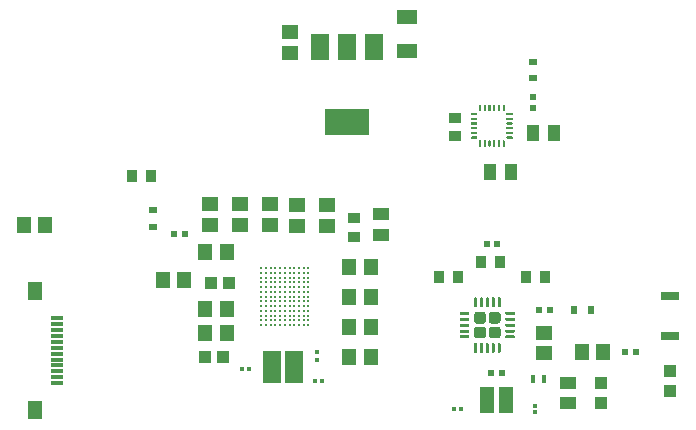
<source format=gbr>
%TF.GenerationSoftware,KiCad,Pcbnew,(5.1.6-0)*%
%TF.CreationDate,2020-10-15T16:42:25-05:00*%
%TF.ProjectId,BatBot,42617442-6f74-42e6-9b69-6361645f7063,rev?*%
%TF.SameCoordinates,Original*%
%TF.FileFunction,Paste,Top*%
%TF.FilePolarity,Positive*%
%FSLAX46Y46*%
G04 Gerber Fmt 4.6, Leading zero omitted, Abs format (unit mm)*
G04 Created by KiCad (PCBNEW (5.1.6-0)) date 2020-10-15 16:42:25*
%MOMM*%
%LPD*%
G01*
G04 APERTURE LIST*
%ADD10R,1.500000X2.700000*%
%ADD11R,0.380000X0.400000*%
%ADD12R,1.150000X2.200000*%
%ADD13R,0.560000X0.600000*%
%ADD14R,0.600000X0.490000*%
%ADD15R,0.940000X1.020000*%
%ADD16R,0.490000X0.600000*%
%ADD17R,1.200000X1.470000*%
%ADD18R,0.450000X0.730000*%
%ADD19R,1.470000X1.200000*%
%ADD20R,1.080000X1.420000*%
%ADD21R,0.980000X0.920000*%
%ADD22R,1.000000X1.100000*%
%ADD23R,0.540000X0.600000*%
%ADD24R,0.400000X0.380000*%
%ADD25R,1.380000X1.100000*%
%ADD26R,0.590000X0.630000*%
%ADD27R,0.920000X0.980000*%
%ADD28R,1.000000X1.020000*%
%ADD29R,1.190000X1.470000*%
%ADD30R,1.420000X1.080000*%
%ADD31R,1.470000X1.190000*%
%ADD32R,1.820000X1.200000*%
%ADD33R,1.600000X0.800000*%
%ADD34R,3.800000X2.200000*%
%ADD35R,1.500000X2.200000*%
%ADD36C,0.220000*%
%ADD37R,0.330200X0.406400*%
%ADD38R,1.000001X0.299999*%
%ADD39R,1.300000X1.649999*%
%ADD40R,0.800000X0.600000*%
%ADD41R,0.600000X0.800000*%
G04 APERTURE END LIST*
D10*
%TO.C,X1*%
X121327001Y-111397001D03*
X123227001Y-111397001D03*
%TD*%
D11*
%TO.C,C21*%
X119380000Y-111506000D03*
X118818000Y-111506000D03*
%TD*%
%TO.C,C22*%
X125004500Y-112522000D03*
X125566500Y-112522000D03*
%TD*%
D12*
%TO.C,X2*%
X139560000Y-114173000D03*
X141110000Y-114173000D03*
%TD*%
D13*
%TO.C,R7*%
X139900000Y-111887000D03*
X140770000Y-111887000D03*
%TD*%
D14*
%TO.C,R6*%
X143446500Y-88519000D03*
X143446500Y-89429000D03*
%TD*%
D15*
%TO.C,R5*%
X142847000Y-103759000D03*
X144427000Y-103759000D03*
%TD*%
D16*
%TO.C,R4*%
X143944000Y-106553000D03*
X144854000Y-106553000D03*
%TD*%
D15*
%TO.C,R2*%
X111054000Y-95186500D03*
X109474000Y-95186500D03*
%TD*%
D16*
%TO.C,R1*%
X113993000Y-100076000D03*
X113083000Y-100076000D03*
%TD*%
D17*
%TO.C,L3*%
X149323000Y-110109000D03*
X147603000Y-110109000D03*
%TD*%
D18*
%TO.C,L2*%
X144366000Y-112395000D03*
X143416000Y-112395000D03*
%TD*%
D19*
%TO.C,L1*%
X144399000Y-110207000D03*
X144399000Y-108487000D03*
%TD*%
D20*
%TO.C,C34*%
X141547500Y-94869000D03*
X139757500Y-94869000D03*
%TD*%
%TO.C,C33*%
X143446500Y-91567000D03*
X145236500Y-91567000D03*
%TD*%
D21*
%TO.C,C32*%
X136842500Y-90284000D03*
X136842500Y-91834000D03*
%TD*%
D22*
%TO.C,C31*%
X155067000Y-111711000D03*
X155067000Y-113411000D03*
%TD*%
D23*
%TO.C,C30*%
X151257000Y-110109000D03*
X152117000Y-110109000D03*
%TD*%
D11*
%TO.C,C29*%
X136752000Y-114935000D03*
X137314000Y-114935000D03*
%TD*%
D24*
%TO.C,C28*%
X143637000Y-114627000D03*
X143637000Y-115189000D03*
%TD*%
D25*
%TO.C,C27*%
X146431000Y-112701000D03*
X146431000Y-114427000D03*
%TD*%
D22*
%TO.C,C26*%
X149225000Y-112727000D03*
X149225000Y-114427000D03*
%TD*%
D26*
%TO.C,C25*%
X140413000Y-100965000D03*
X139573000Y-100965000D03*
%TD*%
D27*
%TO.C,C24*%
X140602000Y-102489000D03*
X139052000Y-102489000D03*
%TD*%
%TO.C,C23*%
X137046000Y-103759000D03*
X135496000Y-103759000D03*
%TD*%
D28*
%TO.C,C20*%
X117729000Y-104267000D03*
X116211000Y-104267000D03*
%TD*%
%TO.C,C19*%
X117221000Y-110553500D03*
X115703000Y-110553500D03*
%TD*%
D29*
%TO.C,C18*%
X102129000Y-99377500D03*
X100309000Y-99377500D03*
%TD*%
D30*
%TO.C,C17*%
X130556000Y-98419000D03*
X130556000Y-100209000D03*
%TD*%
D21*
%TO.C,C16*%
X128270000Y-98793000D03*
X128270000Y-100343000D03*
%TD*%
D29*
%TO.C,C15*%
X129688000Y-110490000D03*
X127868000Y-110490000D03*
%TD*%
%TO.C,C14*%
X129688000Y-107950000D03*
X127868000Y-107950000D03*
%TD*%
%TO.C,C13*%
X129688000Y-105410000D03*
X127868000Y-105410000D03*
%TD*%
%TO.C,C12*%
X129688000Y-102870000D03*
X127868000Y-102870000D03*
%TD*%
%TO.C,C11*%
X115676000Y-108458000D03*
X117496000Y-108458000D03*
%TD*%
%TO.C,C10*%
X115676000Y-106426000D03*
X117496000Y-106426000D03*
%TD*%
%TO.C,C9*%
X112099000Y-104013000D03*
X113919000Y-104013000D03*
%TD*%
%TO.C,C8*%
X115676000Y-101600000D03*
X117496000Y-101600000D03*
%TD*%
D31*
%TO.C,C7*%
X125984000Y-97642000D03*
X125984000Y-99462000D03*
%TD*%
%TO.C,C6*%
X123444000Y-97642000D03*
X123444000Y-99462000D03*
%TD*%
%TO.C,C5*%
X121158000Y-97536000D03*
X121158000Y-99356000D03*
%TD*%
%TO.C,C4*%
X118618000Y-97536000D03*
X118618000Y-99356000D03*
%TD*%
%TO.C,C3*%
X116078000Y-97536000D03*
X116078000Y-99356000D03*
%TD*%
D32*
%TO.C,C2*%
X132778500Y-84645500D03*
X132778500Y-81725500D03*
%TD*%
D31*
%TO.C,C1*%
X122872500Y-82973500D03*
X122872500Y-84793500D03*
%TD*%
D33*
%TO.C,ANT1*%
X155067000Y-105361000D03*
X155067000Y-108761000D03*
%TD*%
D34*
%TO.C,U4*%
X127698500Y-90589500D03*
D35*
X129998500Y-84289500D03*
X127698500Y-84289500D03*
X125398500Y-84289500D03*
%TD*%
%TO.C,U3*%
G36*
G01*
X139005501Y-89725001D02*
X138905501Y-89725001D01*
G75*
G02*
X138855501Y-89675001I0J50000D01*
G01*
X138855501Y-89225001D01*
G75*
G02*
X138905501Y-89175001I50000J0D01*
G01*
X139005501Y-89175001D01*
G75*
G02*
X139055501Y-89225001I0J-50000D01*
G01*
X139055501Y-89675001D01*
G75*
G02*
X139005501Y-89725001I-50000J0D01*
G01*
G37*
G36*
G01*
X139405501Y-89725001D02*
X139305501Y-89725001D01*
G75*
G02*
X139255501Y-89675001I0J50000D01*
G01*
X139255501Y-89225001D01*
G75*
G02*
X139305501Y-89175001I50000J0D01*
G01*
X139405501Y-89175001D01*
G75*
G02*
X139455501Y-89225001I0J-50000D01*
G01*
X139455501Y-89675001D01*
G75*
G02*
X139405501Y-89725001I-50000J0D01*
G01*
G37*
G36*
G01*
X139805501Y-89725001D02*
X139705501Y-89725001D01*
G75*
G02*
X139655501Y-89675001I0J50000D01*
G01*
X139655501Y-89225001D01*
G75*
G02*
X139705501Y-89175001I50000J0D01*
G01*
X139805501Y-89175001D01*
G75*
G02*
X139855501Y-89225001I0J-50000D01*
G01*
X139855501Y-89675001D01*
G75*
G02*
X139805501Y-89725001I-50000J0D01*
G01*
G37*
G36*
G01*
X140205501Y-89725001D02*
X140105501Y-89725001D01*
G75*
G02*
X140055501Y-89675001I0J50000D01*
G01*
X140055501Y-89225001D01*
G75*
G02*
X140105501Y-89175001I50000J0D01*
G01*
X140205501Y-89175001D01*
G75*
G02*
X140255501Y-89225001I0J-50000D01*
G01*
X140255501Y-89675001D01*
G75*
G02*
X140205501Y-89725001I-50000J0D01*
G01*
G37*
G36*
G01*
X140605501Y-89725001D02*
X140505501Y-89725001D01*
G75*
G02*
X140455501Y-89675001I0J50000D01*
G01*
X140455501Y-89225001D01*
G75*
G02*
X140505501Y-89175001I50000J0D01*
G01*
X140605501Y-89175001D01*
G75*
G02*
X140655501Y-89225001I0J-50000D01*
G01*
X140655501Y-89675001D01*
G75*
G02*
X140605501Y-89725001I-50000J0D01*
G01*
G37*
G36*
G01*
X141005501Y-89725001D02*
X140905501Y-89725001D01*
G75*
G02*
X140855501Y-89675001I0J50000D01*
G01*
X140855501Y-89225001D01*
G75*
G02*
X140905501Y-89175001I50000J0D01*
G01*
X141005501Y-89175001D01*
G75*
G02*
X141055501Y-89225001I0J-50000D01*
G01*
X141055501Y-89675001D01*
G75*
G02*
X141005501Y-89725001I-50000J0D01*
G01*
G37*
G36*
G01*
X141180501Y-90000001D02*
X141180501Y-89900001D01*
G75*
G02*
X141230501Y-89850001I50000J0D01*
G01*
X141680501Y-89850001D01*
G75*
G02*
X141730501Y-89900001I0J-50000D01*
G01*
X141730501Y-90000001D01*
G75*
G02*
X141680501Y-90050001I-50000J0D01*
G01*
X141230501Y-90050001D01*
G75*
G02*
X141180501Y-90000001I0J50000D01*
G01*
G37*
G36*
G01*
X141180501Y-90400001D02*
X141180501Y-90300001D01*
G75*
G02*
X141230501Y-90250001I50000J0D01*
G01*
X141680501Y-90250001D01*
G75*
G02*
X141730501Y-90300001I0J-50000D01*
G01*
X141730501Y-90400001D01*
G75*
G02*
X141680501Y-90450001I-50000J0D01*
G01*
X141230501Y-90450001D01*
G75*
G02*
X141180501Y-90400001I0J50000D01*
G01*
G37*
G36*
G01*
X141180501Y-90800001D02*
X141180501Y-90700001D01*
G75*
G02*
X141230501Y-90650001I50000J0D01*
G01*
X141680501Y-90650001D01*
G75*
G02*
X141730501Y-90700001I0J-50000D01*
G01*
X141730501Y-90800001D01*
G75*
G02*
X141680501Y-90850001I-50000J0D01*
G01*
X141230501Y-90850001D01*
G75*
G02*
X141180501Y-90800001I0J50000D01*
G01*
G37*
G36*
G01*
X141180501Y-91200001D02*
X141180501Y-91100001D01*
G75*
G02*
X141230501Y-91050001I50000J0D01*
G01*
X141680501Y-91050001D01*
G75*
G02*
X141730501Y-91100001I0J-50000D01*
G01*
X141730501Y-91200001D01*
G75*
G02*
X141680501Y-91250001I-50000J0D01*
G01*
X141230501Y-91250001D01*
G75*
G02*
X141180501Y-91200001I0J50000D01*
G01*
G37*
G36*
G01*
X141180501Y-91600001D02*
X141180501Y-91500001D01*
G75*
G02*
X141230501Y-91450001I50000J0D01*
G01*
X141680501Y-91450001D01*
G75*
G02*
X141730501Y-91500001I0J-50000D01*
G01*
X141730501Y-91600001D01*
G75*
G02*
X141680501Y-91650001I-50000J0D01*
G01*
X141230501Y-91650001D01*
G75*
G02*
X141180501Y-91600001I0J50000D01*
G01*
G37*
G36*
G01*
X141180501Y-92000001D02*
X141180501Y-91900001D01*
G75*
G02*
X141230501Y-91850001I50000J0D01*
G01*
X141680501Y-91850001D01*
G75*
G02*
X141730501Y-91900001I0J-50000D01*
G01*
X141730501Y-92000001D01*
G75*
G02*
X141680501Y-92050001I-50000J0D01*
G01*
X141230501Y-92050001D01*
G75*
G02*
X141180501Y-92000001I0J50000D01*
G01*
G37*
G36*
G01*
X141005501Y-92725001D02*
X140905501Y-92725001D01*
G75*
G02*
X140855501Y-92675001I0J50000D01*
G01*
X140855501Y-92225001D01*
G75*
G02*
X140905501Y-92175001I50000J0D01*
G01*
X141005501Y-92175001D01*
G75*
G02*
X141055501Y-92225001I0J-50000D01*
G01*
X141055501Y-92675001D01*
G75*
G02*
X141005501Y-92725001I-50000J0D01*
G01*
G37*
G36*
G01*
X140605501Y-92725001D02*
X140505501Y-92725001D01*
G75*
G02*
X140455501Y-92675001I0J50000D01*
G01*
X140455501Y-92225001D01*
G75*
G02*
X140505501Y-92175001I50000J0D01*
G01*
X140605501Y-92175001D01*
G75*
G02*
X140655501Y-92225001I0J-50000D01*
G01*
X140655501Y-92675001D01*
G75*
G02*
X140605501Y-92725001I-50000J0D01*
G01*
G37*
G36*
G01*
X140205501Y-92725001D02*
X140105501Y-92725001D01*
G75*
G02*
X140055501Y-92675001I0J50000D01*
G01*
X140055501Y-92225001D01*
G75*
G02*
X140105501Y-92175001I50000J0D01*
G01*
X140205501Y-92175001D01*
G75*
G02*
X140255501Y-92225001I0J-50000D01*
G01*
X140255501Y-92675001D01*
G75*
G02*
X140205501Y-92725001I-50000J0D01*
G01*
G37*
G36*
G01*
X139805501Y-92725001D02*
X139705501Y-92725001D01*
G75*
G02*
X139655501Y-92675001I0J50000D01*
G01*
X139655501Y-92225001D01*
G75*
G02*
X139705501Y-92175001I50000J0D01*
G01*
X139805501Y-92175001D01*
G75*
G02*
X139855501Y-92225001I0J-50000D01*
G01*
X139855501Y-92675001D01*
G75*
G02*
X139805501Y-92725001I-50000J0D01*
G01*
G37*
G36*
G01*
X139405501Y-92725001D02*
X139305501Y-92725001D01*
G75*
G02*
X139255501Y-92675001I0J50000D01*
G01*
X139255501Y-92225001D01*
G75*
G02*
X139305501Y-92175001I50000J0D01*
G01*
X139405501Y-92175001D01*
G75*
G02*
X139455501Y-92225001I0J-50000D01*
G01*
X139455501Y-92675001D01*
G75*
G02*
X139405501Y-92725001I-50000J0D01*
G01*
G37*
G36*
G01*
X139005501Y-92725001D02*
X138905501Y-92725001D01*
G75*
G02*
X138855501Y-92675001I0J50000D01*
G01*
X138855501Y-92225001D01*
G75*
G02*
X138905501Y-92175001I50000J0D01*
G01*
X139005501Y-92175001D01*
G75*
G02*
X139055501Y-92225001I0J-50000D01*
G01*
X139055501Y-92675001D01*
G75*
G02*
X139005501Y-92725001I-50000J0D01*
G01*
G37*
G36*
G01*
X138180501Y-92000001D02*
X138180501Y-91900001D01*
G75*
G02*
X138230501Y-91850001I50000J0D01*
G01*
X138680501Y-91850001D01*
G75*
G02*
X138730501Y-91900001I0J-50000D01*
G01*
X138730501Y-92000001D01*
G75*
G02*
X138680501Y-92050001I-50000J0D01*
G01*
X138230501Y-92050001D01*
G75*
G02*
X138180501Y-92000001I0J50000D01*
G01*
G37*
G36*
G01*
X138180501Y-91600001D02*
X138180501Y-91500001D01*
G75*
G02*
X138230501Y-91450001I50000J0D01*
G01*
X138680501Y-91450001D01*
G75*
G02*
X138730501Y-91500001I0J-50000D01*
G01*
X138730501Y-91600001D01*
G75*
G02*
X138680501Y-91650001I-50000J0D01*
G01*
X138230501Y-91650001D01*
G75*
G02*
X138180501Y-91600001I0J50000D01*
G01*
G37*
G36*
G01*
X138180501Y-91200001D02*
X138180501Y-91100001D01*
G75*
G02*
X138230501Y-91050001I50000J0D01*
G01*
X138680501Y-91050001D01*
G75*
G02*
X138730501Y-91100001I0J-50000D01*
G01*
X138730501Y-91200001D01*
G75*
G02*
X138680501Y-91250001I-50000J0D01*
G01*
X138230501Y-91250001D01*
G75*
G02*
X138180501Y-91200001I0J50000D01*
G01*
G37*
G36*
G01*
X138180501Y-90800001D02*
X138180501Y-90700001D01*
G75*
G02*
X138230501Y-90650001I50000J0D01*
G01*
X138680501Y-90650001D01*
G75*
G02*
X138730501Y-90700001I0J-50000D01*
G01*
X138730501Y-90800001D01*
G75*
G02*
X138680501Y-90850001I-50000J0D01*
G01*
X138230501Y-90850001D01*
G75*
G02*
X138180501Y-90800001I0J50000D01*
G01*
G37*
G36*
G01*
X138180501Y-90400001D02*
X138180501Y-90300001D01*
G75*
G02*
X138230501Y-90250001I50000J0D01*
G01*
X138680501Y-90250001D01*
G75*
G02*
X138730501Y-90300001I0J-50000D01*
G01*
X138730501Y-90400001D01*
G75*
G02*
X138680501Y-90450001I-50000J0D01*
G01*
X138230501Y-90450001D01*
G75*
G02*
X138180501Y-90400001I0J50000D01*
G01*
G37*
G36*
G01*
X138180501Y-90000001D02*
X138180501Y-89900001D01*
G75*
G02*
X138230501Y-89850001I50000J0D01*
G01*
X138680501Y-89850001D01*
G75*
G02*
X138730501Y-89900001I0J-50000D01*
G01*
X138730501Y-90000001D01*
G75*
G02*
X138680501Y-90050001I-50000J0D01*
G01*
X138230501Y-90050001D01*
G75*
G02*
X138180501Y-90000001I0J50000D01*
G01*
G37*
%TD*%
%TO.C,U2*%
G36*
G01*
X139693000Y-108703000D02*
X139693000Y-108193000D01*
G75*
G02*
X139943000Y-107943000I250000J0D01*
G01*
X140453000Y-107943000D01*
G75*
G02*
X140703000Y-108193000I0J-250000D01*
G01*
X140703000Y-108703000D01*
G75*
G02*
X140453000Y-108953000I-250000J0D01*
G01*
X139943000Y-108953000D01*
G75*
G02*
X139693000Y-108703000I0J250000D01*
G01*
G37*
G36*
G01*
X139693000Y-107453000D02*
X139693000Y-106943000D01*
G75*
G02*
X139943000Y-106693000I250000J0D01*
G01*
X140453000Y-106693000D01*
G75*
G02*
X140703000Y-106943000I0J-250000D01*
G01*
X140703000Y-107453000D01*
G75*
G02*
X140453000Y-107703000I-250000J0D01*
G01*
X139943000Y-107703000D01*
G75*
G02*
X139693000Y-107453000I0J250000D01*
G01*
G37*
G36*
G01*
X138443000Y-108703000D02*
X138443000Y-108193000D01*
G75*
G02*
X138693000Y-107943000I250000J0D01*
G01*
X139203000Y-107943000D01*
G75*
G02*
X139453000Y-108193000I0J-250000D01*
G01*
X139453000Y-108703000D01*
G75*
G02*
X139203000Y-108953000I-250000J0D01*
G01*
X138693000Y-108953000D01*
G75*
G02*
X138443000Y-108703000I0J250000D01*
G01*
G37*
G36*
G01*
X138443000Y-107453000D02*
X138443000Y-106943000D01*
G75*
G02*
X138693000Y-106693000I250000J0D01*
G01*
X139203000Y-106693000D01*
G75*
G02*
X139453000Y-106943000I0J-250000D01*
G01*
X139453000Y-107453000D01*
G75*
G02*
X139203000Y-107703000I-250000J0D01*
G01*
X138693000Y-107703000D01*
G75*
G02*
X138443000Y-107453000I0J250000D01*
G01*
G37*
G36*
G01*
X138448000Y-106235500D02*
X138448000Y-105535500D01*
G75*
G02*
X138510500Y-105473000I62500J0D01*
G01*
X138635500Y-105473000D01*
G75*
G02*
X138698000Y-105535500I0J-62500D01*
G01*
X138698000Y-106235500D01*
G75*
G02*
X138635500Y-106298000I-62500J0D01*
G01*
X138510500Y-106298000D01*
G75*
G02*
X138448000Y-106235500I0J62500D01*
G01*
G37*
G36*
G01*
X138948000Y-106235500D02*
X138948000Y-105535500D01*
G75*
G02*
X139010500Y-105473000I62500J0D01*
G01*
X139135500Y-105473000D01*
G75*
G02*
X139198000Y-105535500I0J-62500D01*
G01*
X139198000Y-106235500D01*
G75*
G02*
X139135500Y-106298000I-62500J0D01*
G01*
X139010500Y-106298000D01*
G75*
G02*
X138948000Y-106235500I0J62500D01*
G01*
G37*
G36*
G01*
X139448000Y-106235500D02*
X139448000Y-105535500D01*
G75*
G02*
X139510500Y-105473000I62500J0D01*
G01*
X139635500Y-105473000D01*
G75*
G02*
X139698000Y-105535500I0J-62500D01*
G01*
X139698000Y-106235500D01*
G75*
G02*
X139635500Y-106298000I-62500J0D01*
G01*
X139510500Y-106298000D01*
G75*
G02*
X139448000Y-106235500I0J62500D01*
G01*
G37*
G36*
G01*
X139948000Y-106235500D02*
X139948000Y-105535500D01*
G75*
G02*
X140010500Y-105473000I62500J0D01*
G01*
X140135500Y-105473000D01*
G75*
G02*
X140198000Y-105535500I0J-62500D01*
G01*
X140198000Y-106235500D01*
G75*
G02*
X140135500Y-106298000I-62500J0D01*
G01*
X140010500Y-106298000D01*
G75*
G02*
X139948000Y-106235500I0J62500D01*
G01*
G37*
G36*
G01*
X140448000Y-106235500D02*
X140448000Y-105535500D01*
G75*
G02*
X140510500Y-105473000I62500J0D01*
G01*
X140635500Y-105473000D01*
G75*
G02*
X140698000Y-105535500I0J-62500D01*
G01*
X140698000Y-106235500D01*
G75*
G02*
X140635500Y-106298000I-62500J0D01*
G01*
X140510500Y-106298000D01*
G75*
G02*
X140448000Y-106235500I0J62500D01*
G01*
G37*
G36*
G01*
X141098000Y-106885500D02*
X141098000Y-106760500D01*
G75*
G02*
X141160500Y-106698000I62500J0D01*
G01*
X141860500Y-106698000D01*
G75*
G02*
X141923000Y-106760500I0J-62500D01*
G01*
X141923000Y-106885500D01*
G75*
G02*
X141860500Y-106948000I-62500J0D01*
G01*
X141160500Y-106948000D01*
G75*
G02*
X141098000Y-106885500I0J62500D01*
G01*
G37*
G36*
G01*
X141098000Y-107385500D02*
X141098000Y-107260500D01*
G75*
G02*
X141160500Y-107198000I62500J0D01*
G01*
X141860500Y-107198000D01*
G75*
G02*
X141923000Y-107260500I0J-62500D01*
G01*
X141923000Y-107385500D01*
G75*
G02*
X141860500Y-107448000I-62500J0D01*
G01*
X141160500Y-107448000D01*
G75*
G02*
X141098000Y-107385500I0J62500D01*
G01*
G37*
G36*
G01*
X141098000Y-107885500D02*
X141098000Y-107760500D01*
G75*
G02*
X141160500Y-107698000I62500J0D01*
G01*
X141860500Y-107698000D01*
G75*
G02*
X141923000Y-107760500I0J-62500D01*
G01*
X141923000Y-107885500D01*
G75*
G02*
X141860500Y-107948000I-62500J0D01*
G01*
X141160500Y-107948000D01*
G75*
G02*
X141098000Y-107885500I0J62500D01*
G01*
G37*
G36*
G01*
X141098000Y-108385500D02*
X141098000Y-108260500D01*
G75*
G02*
X141160500Y-108198000I62500J0D01*
G01*
X141860500Y-108198000D01*
G75*
G02*
X141923000Y-108260500I0J-62500D01*
G01*
X141923000Y-108385500D01*
G75*
G02*
X141860500Y-108448000I-62500J0D01*
G01*
X141160500Y-108448000D01*
G75*
G02*
X141098000Y-108385500I0J62500D01*
G01*
G37*
G36*
G01*
X141098000Y-108885500D02*
X141098000Y-108760500D01*
G75*
G02*
X141160500Y-108698000I62500J0D01*
G01*
X141860500Y-108698000D01*
G75*
G02*
X141923000Y-108760500I0J-62500D01*
G01*
X141923000Y-108885500D01*
G75*
G02*
X141860500Y-108948000I-62500J0D01*
G01*
X141160500Y-108948000D01*
G75*
G02*
X141098000Y-108885500I0J62500D01*
G01*
G37*
G36*
G01*
X140448000Y-110110500D02*
X140448000Y-109410500D01*
G75*
G02*
X140510500Y-109348000I62500J0D01*
G01*
X140635500Y-109348000D01*
G75*
G02*
X140698000Y-109410500I0J-62500D01*
G01*
X140698000Y-110110500D01*
G75*
G02*
X140635500Y-110173000I-62500J0D01*
G01*
X140510500Y-110173000D01*
G75*
G02*
X140448000Y-110110500I0J62500D01*
G01*
G37*
G36*
G01*
X139948000Y-110110500D02*
X139948000Y-109410500D01*
G75*
G02*
X140010500Y-109348000I62500J0D01*
G01*
X140135500Y-109348000D01*
G75*
G02*
X140198000Y-109410500I0J-62500D01*
G01*
X140198000Y-110110500D01*
G75*
G02*
X140135500Y-110173000I-62500J0D01*
G01*
X140010500Y-110173000D01*
G75*
G02*
X139948000Y-110110500I0J62500D01*
G01*
G37*
G36*
G01*
X139448000Y-110110500D02*
X139448000Y-109410500D01*
G75*
G02*
X139510500Y-109348000I62500J0D01*
G01*
X139635500Y-109348000D01*
G75*
G02*
X139698000Y-109410500I0J-62500D01*
G01*
X139698000Y-110110500D01*
G75*
G02*
X139635500Y-110173000I-62500J0D01*
G01*
X139510500Y-110173000D01*
G75*
G02*
X139448000Y-110110500I0J62500D01*
G01*
G37*
G36*
G01*
X138948000Y-110110500D02*
X138948000Y-109410500D01*
G75*
G02*
X139010500Y-109348000I62500J0D01*
G01*
X139135500Y-109348000D01*
G75*
G02*
X139198000Y-109410500I0J-62500D01*
G01*
X139198000Y-110110500D01*
G75*
G02*
X139135500Y-110173000I-62500J0D01*
G01*
X139010500Y-110173000D01*
G75*
G02*
X138948000Y-110110500I0J62500D01*
G01*
G37*
G36*
G01*
X138448000Y-110110500D02*
X138448000Y-109410500D01*
G75*
G02*
X138510500Y-109348000I62500J0D01*
G01*
X138635500Y-109348000D01*
G75*
G02*
X138698000Y-109410500I0J-62500D01*
G01*
X138698000Y-110110500D01*
G75*
G02*
X138635500Y-110173000I-62500J0D01*
G01*
X138510500Y-110173000D01*
G75*
G02*
X138448000Y-110110500I0J62500D01*
G01*
G37*
G36*
G01*
X137223000Y-108885500D02*
X137223000Y-108760500D01*
G75*
G02*
X137285500Y-108698000I62500J0D01*
G01*
X137985500Y-108698000D01*
G75*
G02*
X138048000Y-108760500I0J-62500D01*
G01*
X138048000Y-108885500D01*
G75*
G02*
X137985500Y-108948000I-62500J0D01*
G01*
X137285500Y-108948000D01*
G75*
G02*
X137223000Y-108885500I0J62500D01*
G01*
G37*
G36*
G01*
X137223000Y-108385500D02*
X137223000Y-108260500D01*
G75*
G02*
X137285500Y-108198000I62500J0D01*
G01*
X137985500Y-108198000D01*
G75*
G02*
X138048000Y-108260500I0J-62500D01*
G01*
X138048000Y-108385500D01*
G75*
G02*
X137985500Y-108448000I-62500J0D01*
G01*
X137285500Y-108448000D01*
G75*
G02*
X137223000Y-108385500I0J62500D01*
G01*
G37*
G36*
G01*
X137223000Y-107885500D02*
X137223000Y-107760500D01*
G75*
G02*
X137285500Y-107698000I62500J0D01*
G01*
X137985500Y-107698000D01*
G75*
G02*
X138048000Y-107760500I0J-62500D01*
G01*
X138048000Y-107885500D01*
G75*
G02*
X137985500Y-107948000I-62500J0D01*
G01*
X137285500Y-107948000D01*
G75*
G02*
X137223000Y-107885500I0J62500D01*
G01*
G37*
G36*
G01*
X137223000Y-107385500D02*
X137223000Y-107260500D01*
G75*
G02*
X137285500Y-107198000I62500J0D01*
G01*
X137985500Y-107198000D01*
G75*
G02*
X138048000Y-107260500I0J-62500D01*
G01*
X138048000Y-107385500D01*
G75*
G02*
X137985500Y-107448000I-62500J0D01*
G01*
X137285500Y-107448000D01*
G75*
G02*
X137223000Y-107385500I0J62500D01*
G01*
G37*
G36*
G01*
X137223000Y-106885500D02*
X137223000Y-106760500D01*
G75*
G02*
X137285500Y-106698000I62500J0D01*
G01*
X137985500Y-106698000D01*
G75*
G02*
X138048000Y-106760500I0J-62500D01*
G01*
X138048000Y-106885500D01*
G75*
G02*
X137985500Y-106948000I-62500J0D01*
G01*
X137285500Y-106948000D01*
G75*
G02*
X137223000Y-106885500I0J62500D01*
G01*
G37*
%TD*%
D36*
%TO.C,U1*%
X124428000Y-107810000D03*
X124028000Y-107810000D03*
X123628000Y-107810000D03*
X123228000Y-107810000D03*
X122828000Y-107810000D03*
X122428000Y-107810000D03*
X122028000Y-107810000D03*
X121628000Y-107810000D03*
X121228000Y-107810000D03*
X120828000Y-107810000D03*
X120428000Y-107810000D03*
X124428000Y-107410000D03*
X124028000Y-107410000D03*
X123628000Y-107410000D03*
X123228000Y-107410000D03*
X122828000Y-107410000D03*
X122428000Y-107410000D03*
X122028000Y-107410000D03*
X121628000Y-107410000D03*
X121228000Y-107410000D03*
X120828000Y-107410000D03*
X120428000Y-107410000D03*
X124428000Y-107010000D03*
X124028000Y-107010000D03*
X123628000Y-107010000D03*
X123228000Y-107010000D03*
X122828000Y-107010000D03*
X122428000Y-107010000D03*
X122028000Y-107010000D03*
X121628000Y-107010000D03*
X121228000Y-107010000D03*
X120828000Y-107010000D03*
X120428000Y-107010000D03*
X124428000Y-106610000D03*
X124028000Y-106610000D03*
X123628000Y-106610000D03*
X123228000Y-106610000D03*
X122828000Y-106610000D03*
X122428000Y-106610000D03*
X122028000Y-106610000D03*
X121628000Y-106610000D03*
X121228000Y-106610000D03*
X120828000Y-106610000D03*
X120428000Y-106610000D03*
X124428000Y-106210000D03*
X124028000Y-106210000D03*
X123628000Y-106210000D03*
X123228000Y-106210000D03*
X122828000Y-106210000D03*
X122428000Y-106210000D03*
X122028000Y-106210000D03*
X121628000Y-106210000D03*
X121228000Y-106210000D03*
X120828000Y-106210000D03*
X120428000Y-106210000D03*
X124428000Y-105810000D03*
X124028000Y-105810000D03*
X123628000Y-105810000D03*
X123228000Y-105810000D03*
X122828000Y-105810000D03*
X122428000Y-105810000D03*
X122028000Y-105810000D03*
X121628000Y-105810000D03*
X121228000Y-105810000D03*
X120828000Y-105810000D03*
X120428000Y-105810000D03*
X124428000Y-105410000D03*
X124028000Y-105410000D03*
X123628000Y-105410000D03*
X123228000Y-105410000D03*
X122828000Y-105410000D03*
X122428000Y-105410000D03*
X122028000Y-105410000D03*
X121628000Y-105410000D03*
X121228000Y-105410000D03*
X120828000Y-105410000D03*
X120428000Y-105410000D03*
X124428000Y-105010000D03*
X124028000Y-105010000D03*
X123628000Y-105010000D03*
X123228000Y-105010000D03*
X122828000Y-105010000D03*
X122428000Y-105010000D03*
X122028000Y-105010000D03*
X121628000Y-105010000D03*
X121228000Y-105010000D03*
X120828000Y-105010000D03*
X120428000Y-105010000D03*
X124428000Y-104610000D03*
X124028000Y-104610000D03*
X123628000Y-104610000D03*
X123228000Y-104610000D03*
X122828000Y-104610000D03*
X122428000Y-104610000D03*
X122028000Y-104610000D03*
X121628000Y-104610000D03*
X121228000Y-104610000D03*
X120828000Y-104610000D03*
X120428000Y-104610000D03*
X124428000Y-104210000D03*
X124028000Y-104210000D03*
X123628000Y-104210000D03*
X123228000Y-104210000D03*
X122828000Y-104210000D03*
X122428000Y-104210000D03*
X122028000Y-104210000D03*
X121628000Y-104210000D03*
X121228000Y-104210000D03*
X120828000Y-104210000D03*
X120428000Y-104210000D03*
X124428000Y-103810000D03*
X124028000Y-103810000D03*
X123628000Y-103810000D03*
X123228000Y-103810000D03*
X122828000Y-103810000D03*
X122428000Y-103810000D03*
X122028000Y-103810000D03*
X121628000Y-103810000D03*
X121228000Y-103810000D03*
X120828000Y-103810000D03*
X120428000Y-103810000D03*
X124428000Y-103410000D03*
X124028000Y-103410000D03*
X123628000Y-103410000D03*
X123228000Y-103410000D03*
X122828000Y-103410000D03*
X122428000Y-103410000D03*
X122028000Y-103410000D03*
X121628000Y-103410000D03*
X121228000Y-103410000D03*
X120828000Y-103410000D03*
X120428000Y-103410000D03*
X124428000Y-103010000D03*
X124028000Y-103010000D03*
X123628000Y-103010000D03*
X123228000Y-103010000D03*
X122828000Y-103010000D03*
X122428000Y-103010000D03*
X122028000Y-103010000D03*
X121628000Y-103010000D03*
X121228000Y-103010000D03*
X120828000Y-103010000D03*
X120428000Y-103010000D03*
%TD*%
D37*
%TO.C,R3*%
X125158500Y-110109000D03*
X125158500Y-110744000D03*
%TD*%
D38*
%TO.C,J1*%
X103134201Y-112731997D03*
X103134201Y-112231998D03*
X103134201Y-111231998D03*
X103134201Y-111731996D03*
X103134201Y-107231995D03*
X103134201Y-107731997D03*
X103134201Y-108731997D03*
X103134201Y-108231996D03*
D39*
X101234202Y-115006999D03*
X101234202Y-104956996D03*
D38*
X103134201Y-109231996D03*
X103134201Y-109731998D03*
X103134201Y-110731999D03*
X103134201Y-110231997D03*
%TD*%
D40*
%TO.C,D3*%
X143446500Y-86933000D03*
X143446500Y-85533000D03*
%TD*%
D41*
%TO.C,D2*%
X146939000Y-106553000D03*
X148339000Y-106553000D03*
%TD*%
D40*
%TO.C,D1*%
X111252000Y-99506000D03*
X111252000Y-98106000D03*
%TD*%
M02*

</source>
